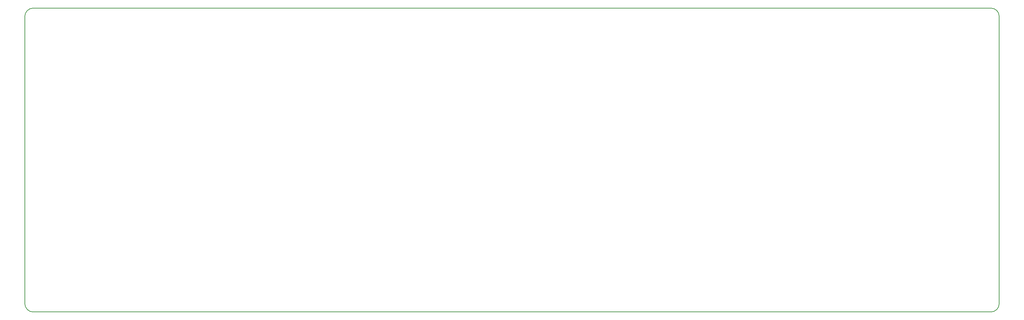
<source format=gbr>
G04 #@! TF.GenerationSoftware,KiCad,Pcbnew,(5.1.4)-1*
G04 #@! TF.CreationDate,2020-12-03T11:49:32-06:00*
G04 #@! TF.ProjectId,m3n3van,6d336e33-7661-46e2-9e6b-696361645f70,rev?*
G04 #@! TF.SameCoordinates,Original*
G04 #@! TF.FileFunction,Profile,NP*
%FSLAX46Y46*%
G04 Gerber Fmt 4.6, Leading zero omitted, Abs format (unit mm)*
G04 Created by KiCad (PCBNEW (5.1.4)-1) date 2020-12-03 11:49:32*
%MOMM*%
%LPD*%
G04 APERTURE LIST*
%ADD10C,0.200000*%
G04 APERTURE END LIST*
D10*
X191294259Y-251354333D02*
G75*
G02X189177685Y-249237581I89J2116663D01*
G01*
X189177595Y-177800000D02*
G75*
G02X191294347Y-175683426I2116663J-89D01*
G01*
X429419049Y-175683507D02*
G75*
G02X431535623Y-177800259I-89J-2116663D01*
G01*
X431535623Y-249237849D02*
G75*
G02X429418871Y-251354423I-2116663J89D01*
G01*
X191294347Y-175683426D02*
X429419049Y-175683507D01*
X429418871Y-251354423D02*
X191294259Y-251354333D01*
X431535623Y-177800259D02*
X431535623Y-249237759D01*
X189177685Y-249237581D02*
X189177595Y-177800000D01*
M02*

</source>
